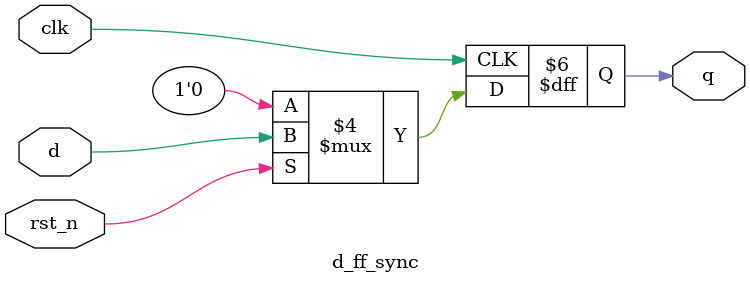
<source format=v>
`timescale 1ns / 1ps


module d_ff_sync(
    input clk,
    input rst_n,
    input d,
    output reg q
    );
    
    always @( posedge clk )
    begin
        if (!rst_n)
            q <= 0;
        else
            q <= d;
    end
endmodule

</source>
